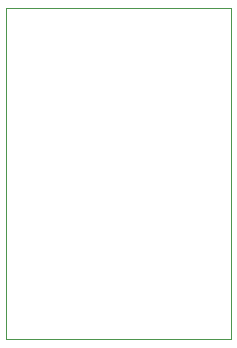
<source format=gbr>
%TF.GenerationSoftware,KiCad,Pcbnew,9.0.2*%
%TF.CreationDate,2025-07-27T20:23:48+02:00*%
%TF.ProjectId,ldo,6c646f2e-6b69-4636-9164-5f7063625858,rev?*%
%TF.SameCoordinates,Original*%
%TF.FileFunction,Profile,NP*%
%FSLAX46Y46*%
G04 Gerber Fmt 4.6, Leading zero omitted, Abs format (unit mm)*
G04 Created by KiCad (PCBNEW 9.0.2) date 2025-07-27 20:23:48*
%MOMM*%
%LPD*%
G01*
G04 APERTURE LIST*
%TA.AperFunction,Profile*%
%ADD10C,0.100000*%
%TD*%
G04 APERTURE END LIST*
D10*
X81500000Y-39000000D02*
X100500000Y-39000000D01*
X100500000Y-67000000D01*
X81500000Y-67000000D01*
X81500000Y-39000000D01*
M02*

</source>
